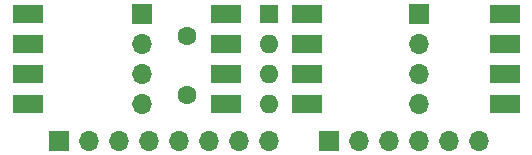
<source format=gbr>
%TF.GenerationSoftware,KiCad,Pcbnew,(5.1.9)-1*%
%TF.CreationDate,2021-03-25T16:00:54-07:00*%
%TF.ProjectId,SP_CARRIER_A,53505f43-4152-4524-9945-525f412e6b69,rev?*%
%TF.SameCoordinates,Original*%
%TF.FileFunction,Soldermask,Top*%
%TF.FilePolarity,Negative*%
%FSLAX46Y46*%
G04 Gerber Fmt 4.6, Leading zero omitted, Abs format (unit mm)*
G04 Created by KiCad (PCBNEW (5.1.9)-1) date 2021-03-25 16:00:54*
%MOMM*%
%LPD*%
G01*
G04 APERTURE LIST*
%ADD10O,1.600000X1.600000*%
%ADD11R,1.600000X1.600000*%
%ADD12R,2.540000X1.520000*%
%ADD13O,1.700000X1.700000*%
%ADD14R,1.700000X1.700000*%
%ADD15C,1.600000*%
G04 APERTURE END LIST*
D10*
%TO.C,RN4*%
X114935000Y-66675000D03*
X114935000Y-64135000D03*
X114935000Y-61595000D03*
D11*
X114935000Y-59055000D03*
%TD*%
D12*
%TO.C,U5*%
X118110000Y-66675000D03*
X134870000Y-66675000D03*
X118110000Y-64135000D03*
X134870000Y-64135000D03*
X118110000Y-61595000D03*
X134870000Y-61595000D03*
X118110000Y-59055000D03*
X134870000Y-59055000D03*
%TD*%
%TO.C,U1*%
X94490000Y-66675000D03*
X111250000Y-66675000D03*
X94490000Y-64135000D03*
X111250000Y-64135000D03*
X94490000Y-61595000D03*
X111250000Y-61595000D03*
X94490000Y-59055000D03*
X111250000Y-59055000D03*
%TD*%
D13*
%TO.C,J4*%
X114935000Y-69850000D03*
X112395000Y-69850000D03*
X109855000Y-69850000D03*
X107315000Y-69850000D03*
X104775000Y-69850000D03*
X102235000Y-69850000D03*
X99695000Y-69850000D03*
D14*
X97155000Y-69850000D03*
%TD*%
D13*
%TO.C,J3*%
X132715000Y-69850000D03*
X130175000Y-69850000D03*
X127635000Y-69850000D03*
X125095000Y-69850000D03*
X122555000Y-69850000D03*
D14*
X120015000Y-69850000D03*
%TD*%
D13*
%TO.C,J2*%
X127635000Y-66675000D03*
X127635000Y-64135000D03*
X127635000Y-61595000D03*
D14*
X127635000Y-59055000D03*
%TD*%
D13*
%TO.C,J1*%
X104140000Y-66675000D03*
X104140000Y-64135000D03*
X104140000Y-61595000D03*
D14*
X104140000Y-59055000D03*
%TD*%
D15*
%TO.C,C1*%
X107950000Y-65960000D03*
X107950000Y-60960000D03*
%TD*%
M02*

</source>
